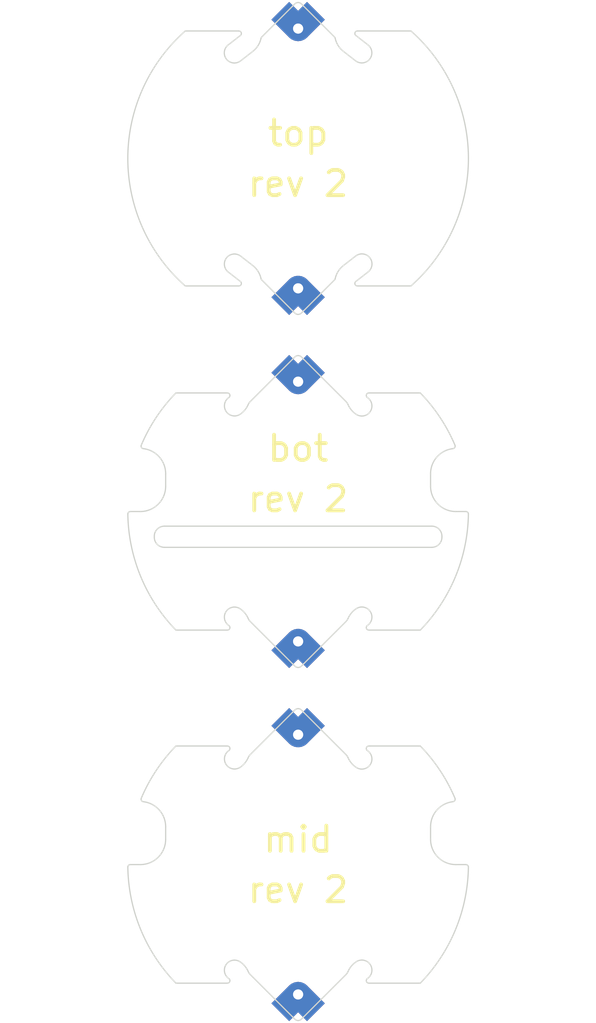
<source format=kicad_pcb>
(kicad_pcb (version 20241229) (generator "pcbnew") (generator_version "9.0")
  (layers (0 "F.Cu" signal) (4 "In1.Cu" signal) (6 "In2.Cu" signal) (2 "B.Cu" signal) (13 "F.Paste" user) (15 "B.Paste" user) (5 "F.SilkS" user "F.Silkscreen") (7 "B.SilkS" user "B.Silkscreen") (1 "F.Mask" user) (3 "B.Mask" user) (25 "Edge.Cuts" user))
  (net 0 "")
  (footprint "custom:spacer_mechanical_attachment" (layer "F.Cu") (at 160 114)
    (property "Reference" "REF**" (hide yes))
    (property "Value" "spacer_mechanical_attachment")
    (pad "1" thru_hole roundrect (at 0 -5.15 225) (size 1.5 1) (drill 0.4 (offset -0.25 0)) (layers "*.Cu" "*.Mask") (roundrect_rratio 0.5) (chamfer_ratio 0) (chamfer top_left bottom_left))
    (pad "1" thru_hole roundrect (at 0 -5.15 315) (size 1.5 1) (drill 0.4 (offset -0.25 0)) (layers "*.Cu" "*.Mask") (roundrect_rratio 0.5) (chamfer_ratio 0) (chamfer top_left bottom_left))
    (pad "1" thru_hole roundrect (at 0 5.15 45) (size 1.5 1) (drill 0.4 (offset -0.25 0)) (layers "*.Cu" "*.Mask") (roundrect_rratio 0.5) (chamfer_ratio 0) (chamfer top_left bottom_left))
    (pad "1" thru_hole roundrect (at 0 5.15 135) (size 1.5 1) (drill 0.4 (offset -0.25 0)) (layers "*.Cu" "*.Mask") (roundrect_rratio 0.5) (chamfer_ratio 0) (chamfer top_left bottom_left))
  )
  (footprint "custom:spacer_mechanical_attachment" (layer "F.Cu") (at 160 86)
    (property "Reference" "REF**" (hide yes))
    (property "Value" "spacer_mechanical_attachment")
    (pad "1" thru_hole roundrect (at 0 -5.15 315) (size 1.5 1) (drill 0.4 (offset -0.25 0)) (layers "*.Cu" "*.Mask") (roundrect_rratio 0.5) (chamfer_ratio 0) (chamfer top_left bottom_left))
    (pad "1" thru_hole roundrect (at 0 -5.15 225) (size 1.5 1) (drill 0.4 (offset -0.25 0)) (layers "*.Cu" "*.Mask") (roundrect_rratio 0.5) (chamfer_ratio 0) (chamfer top_left bottom_left))
    (pad "1" thru_hole roundrect (at 0 5.15 45) (size 1.5 1) (drill 0.4 (offset -0.25 0)) (layers "*.Cu" "*.Mask") (roundrect_rratio 0.5) (chamfer_ratio 0) (chamfer top_left bottom_left))
    (pad "1" thru_hole roundrect (at 0 5.15 135) (size 1.5 1) (drill 0.4 (offset -0.25 0)) (layers "*.Cu" "*.Mask") (roundrect_rratio 0.5) (chamfer_ratio 0) (chamfer top_left bottom_left))
  )
  (footprint "custom:spacer_mechanical_attachment" (layer "F.Cu") (at 160 100)
    (property "Reference" "REF**" (hide yes))
    (property "Value" "spacer_mechanical_attachment")
    (pad "1" thru_hole roundrect (at 0 -5.15 225) (size 1.5 1) (drill 0.4 (offset -0.25 0)) (layers "*.Cu" "*.Mask") (roundrect_rratio 0.5) (chamfer_ratio 0) (chamfer top_left bottom_left))
    (pad "1" thru_hole roundrect (at 0 -5.15 315) (size 1.5 1) (drill 0.4 (offset -0.25 0)) (layers "*.Cu" "*.Mask") (roundrect_rratio 0.5) (chamfer_ratio 0) (chamfer top_left bottom_left))
    (pad "1" thru_hole roundrect (at 0 5.15 45) (size 1.5 1) (drill 0.4 (offset -0.25 0)) (layers "*.Cu" "*.Mask") (roundrect_rratio 0.5) (chamfer_ratio 0) (chamfer top_left bottom_left))
    (pad "1" thru_hole roundrect (at 0 5.15 135) (size 1.5 1) (drill 0.4 (offset -0.25 0)) (layers "*.Cu" "*.Mask") (roundrect_rratio 0.5) (chamfer_ratio 0) (chamfer top_left bottom_left))
  )
  (gr_arc (start 157.696358 110.14712) (mid 157.141722 110.035854) (end 157.252989 109.481219) (stroke (width 0.05)) (layer "Edge.Cuts"))
  (gr_arc (start 161.893961 109.635252) (mid 161.941582 109.692721) (end 161.977699 109.758052) (stroke (width 0.05)) (layer "Edge.Cuts"))
  (gr_line (start 160.127328 120.131506) (end 161.896518 118.362317) (stroke (width 0.05)) (layer "Edge.Cuts"))
  (gr_arc (start 166.25005 114.000063) (mid 165.542943 113.70717) (end 165.25005 113.000063) (stroke (width 0.05)) (layer "Edge.Cuts"))
  (gr_arc (start 157.696358 103.853006) (mid 157.887378 104.024077) (end 158.022401 104.242074) (stroke (width 0.05)) (layer "Edge.Cuts"))
  (gr_line (start 157.197567 109.297981) (end 155.157229 109.297981) (stroke (width 0.05)) (layer "Edge.Cuts"))
  (gr_arc (start 162.349606 91.055635) (mid 162.257224 90.993901) (end 162.298775 90.869443) (stroke (width 0.05)) (layer "Edge.Cuts"))
  (gr_arc (start 158.022401 109.758052) (mid 157.887378 109.976049) (end 157.696358 110.14712) (stroke (width 0.05)) (layer "Edge.Cuts"))
  (gr_line (start 162.80255 118.702145) (end 164.84287 118.702145) (stroke (width 0.05)) (layer "Edge.Cuts"))
  (gr_line (start 159.872728 79.868557) (end 158.557324 81.183961) (stroke (width 0.05)) (layer "Edge.Cuts"))
  (gr_line (start 159.872772 107.86862) (end 158.106149 109.635242) (stroke (width 0.05)) (layer "Edge.Cuts"))
  (gr_arc (start 161.977699 118.242074) (mid 162.112723 118.024078) (end 162.303742 117.853006) (stroke (width 0.05)) (layer "Edge.Cuts"))
  (gr_arc (start 161.797433 81.755069) (mid 161.587597 81.523254) (end 161.469738 81.233638) (stroke (width 0.05)) (layer "Edge.Cuts"))
  (gr_arc (start 162.747111 95.481219) (mid 162.706806 95.369012) (end 162.799584 95.297981) (stroke (width 0.05)) (layer "Edge.Cuts"))
  (gr_arc (start 166.749287 114.101567) (mid 166.235857 116.584093) (end 164.84287 118.702145) (stroke (width 0.05)) (layer "Edge.Cuts"))
  (gr_line (start 164.842869 109.297981) (end 162.799584 109.297981) (stroke (width 0.05)) (layer "Edge.Cuts"))
  (gr_arc (start 153.784219 97.368344) (mid 154.374656 96.269453) (end 155.157229 95.297981) (stroke (width 0.05)) (layer "Edge.Cuts"))
  (gr_line (start 165.70005 101.020063) (end 165.70005 100.980063) (stroke (width 0.05)) (layer "Edge.Cuts"))
  (gr_line (start 165.30005 101.420063) (end 154.700049 101.420063) (stroke (width 0.05)) (layer "Edge.Cuts"))
  (gr_line (start 161.442717 81.18399) (end 160.127284 79.868557) (stroke (width 0.05)) (layer "Edge.Cuts"))
  (gr_arc (start 158.530274 81.233638) (mid 158.540214 81.206845) (end 158.557324 81.183961) (stroke (width 0.05)) (layer "Edge.Cuts"))
  (gr_arc (start 164.842869 109.297981) (mid 165.625444 110.269453) (end 166.215881 111.368344) (stroke (width 0.05)) (layer "Edge.Cuts"))
  (gr_line (start 161.797433 81.755069) (end 162.279966 82.129972) (stroke (width 0.05)) (layer "Edge.Cuts"))
  (gr_line (start 157.650401 91.055634) (end 157.650401 91.055635) (stroke (width 0.05)) (layer "Edge.Cuts"))
  (gr_line (start 158.557324 90.816039) (end 159.872728 92.131443) (stroke (width 0.05)) (layer "Edge.Cuts"))
  (gr_arc (start 162.771186 81.498542) (mid 162.841259 82.059501) (end 162.279966 82.129972) (stroke (width 0.05)) (layer "Edge.Cuts"))
  (gr_line (start 161.893961 109.635252) (end 160.127328 107.86862) (stroke (width 0.05)) (layer "Edge.Cuts"))
  (gr_arc (start 165.30005 100.580063) (mid 165.582893 100.69722) (end 165.70005 100.980063) (stroke (width 0.05)) (layer "Edge.Cuts"))
  (gr_arc (start 165.25005 98.500063) (mid 165.503465 97.834773) (end 166.135272 97.506672) (stroke (width 0.05)) (layer "Edge.Cuts"))
  (gr_line (start 166.25005 100.000063) (end 166.64925 100.000063) (stroke (width 0.05)) (layer "Edge.Cuts"))
  (gr_arc (start 153.250813 100.101567) (mid 153.279562 100.029886) (end 153.350804 100.000063) (stroke (width 0.05)) (layer "Edge.Cuts"))
  (gr_arc (start 160.127284 92.131443) (mid 160.000006 92.184163) (end 159.872728 92.131443) (stroke (width 0.05)) (layer "Edge.Cuts"))
  (gr_arc (start 166.749287 100.101567) (mid 166.235857 102.584093) (end 164.84287 104.702145) (stroke (width 0.05)) (layer "Edge.Cuts"))
  (gr_arc (start 154.700049 101.420063) (mid 154.417207 101.302906) (end 154.30005 101.020064) (stroke (width 0.05)) (layer "Edge.Cuts"))
  (gr_arc (start 162.303742 110.14712) (mid 162.112722 109.976049) (end 161.977699 109.758052) (stroke (width 0.05)) (layer "Edge.Cuts"))
  (gr_arc (start 157.252989 104.518907) (mid 157.141723 103.964273) (end 157.696358 103.853006) (stroke (width 0.05)) (layer "Edge.Cuts"))
  (gr_arc (start 158.022401 95.758052) (mid 157.887378 95.976049) (end 157.696358 96.14712) (stroke (width 0.05)) (layer "Edge.Cuts"))
  (gr_arc (start 153.864828 111.506672) (mid 153.789905 111.457681) (end 153.784219 111.368344) (stroke (width 0.05)) (layer "Edge.Cuts"))
  (gr_arc (start 166.25005 100.000063) (mid 165.542943 99.70717) (end 165.25005 99.000063) (stroke (width 0.05)) (layer "Edge.Cuts"))
  (gr_line (start 162.298775 90.869443) (end 162.775607 90.498014) (stroke (width 0.05)) (layer "Edge.Cuts"))
  (gr_arc (start 153.784219 111.368344) (mid 154.374656 110.269453) (end 155.157229 109.297981) (stroke (width 0.05)) (layer "Edge.Cuts"))
  (gr_arc (start 162.303742 117.853006) (mid 162.858378 117.964272) (end 162.747111 118.518907) (stroke (width 0.05)) (layer "Edge.Cuts"))
  (gr_line (start 164.472482 80.944365) (end 162.348483 80.944365) (stroke (width 0.05)) (layer "Edge.Cuts"))
  (gr_line (start 165.25005 98.500063) (end 165.25005 99.000063) (stroke (width 0.05)) (layer "Edge.Cuts"))
  (gr_line (start 154.30005 100.980062) (end 154.30005 101.020064) (stroke (width 0.05)) (layer "Edge.Cuts"))
  (gr_arc (start 154.75005 113.000063) (mid 154.457157 113.70717) (end 153.750052 114.000063) (stroke (width 0.05)) (layer "Edge.Cuts"))
  (gr_arc (start 157.696358 117.853006) (mid 157.887378 118.024077) (end 158.022401 118.242074) (stroke (width 0.05)) (layer "Edge.Cuts"))
  (gr_arc (start 161.469738 90.766362) (mid 161.587598 90.476746) (end 161.797435 90.24493) (stroke (width 0.05)) (layer "Edge.Cuts"))
  (gr_arc (start 153.864828 111.506672) (mid 154.496635 111.834773) (end 154.750049 112.500063) (stroke (width 0.05)) (layer "Edge.Cuts"))
  (gr_arc (start 166.64925 114.000063) (mid 166.720507 114.029903) (end 166.749287 114.101567) (stroke (width 0.05)) (layer "Edge.Cuts"))
  (gr_line (start 154.75005 98.500063) (end 154.75005 99.000063) (stroke (width 0.05)) (layer "Edge.Cuts"))
  (gr_arc (start 153.864828 97.506672) (mid 154.496635 97.834773) (end 154.750049 98.500063) (stroke (width 0.05)) (layer "Edge.Cuts"))
  (gr_arc (start 162.303742 96.14712) (mid 162.112722 95.976049) (end 161.977699 95.758052) (stroke (width 0.05)) (layer "Edge.Cuts"))
  (gr_arc (start 161.893961 95.635252) (mid 161.941582 95.692721) (end 161.977699 95.758052) (stroke (width 0.05)) (layer "Edge.Cuts"))
  (gr_arc (start 153.250813 114.101567) (mid 153.279562 114.029886) (end 153.350804 114.000063) (stroke (width 0.05)) (layer "Edge.Cuts"))
  (gr_line (start 155.15723 104.702145) (end 157.197568 104.702145) (stroke (width 0.05)) (layer "Edge.Cuts"))
  (gr_arc (start 158.557324 90.816039) (mid 158.540214 90.793155) (end 158.530274 90.766362) (stroke (width 0.05)) (layer "Edge.Cuts"))
  (gr_line (start 165.30005 100.580063) (end 154.700048 100.580063) (stroke (width 0.05)) (layer "Edge.Cuts"))
  (gr_arc (start 158.106148 104.364883) (mid 158.05852 104.307404) (end 158.022401 104.242074) (stroke (width 0.05)) (layer "Edge.Cuts"))
  (gr_arc (start 157.252989 118.518907) (mid 157.141723 117.964273) (end 157.696358 117.853006) (stroke (width 0.05)) (layer "Edge.Cuts"))
  (gr_arc (start 161.469738 90.766362) (mid 161.459788 90.793148) (end 161.443393 90.815334) (stroke (width 0.05)) (layer "Edge.Cuts"))
  (gr_arc (start 164.842869 95.297981) (mid 165.625444 96.269453) (end 166.215881 97.368344) (stroke (width 0.05)) (layer "Edge.Cuts"))
  (gr_arc (start 162.303742 103.853006) (mid 162.858378 103.964272) (end 162.747111 104.518907) (stroke (width 0.05)) (layer "Edge.Cuts"))
  (gr_line (start 157.650401 80.944365) (end 155.527532 80.944365) (stroke (width 0.05)) (layer "Edge.Cuts"))
  (gr_arc (start 157.252989 104.518907) (mid 157.293286 104.631095) (end 157.197568 104.702145) (stroke (width 0.05)) (layer "Edge.Cuts"))
  (gr_arc (start 159.872772 93.86862) (mid 160.00005 93.8159) (end 160.127328 93.86862) (stroke (width 0.05)) (layer "Edge.Cuts"))
  (gr_arc (start 157.197567 109.297981) (mid 157.293286 109.369031) (end 157.252989 109.481219) (stroke (width 0.05)) (layer "Edge.Cuts"))
  (gr_arc (start 158.022401 109.758052) (mid 158.05852 109.692722) (end 158.106149 109.635242) (stroke (width 0.05)) (layer "Edge.Cuts"))
  (gr_arc (start 155.15723 118.702145) (mid 153.764243 116.584094) (end 153.250813 114.101567) (stroke (width 0.05)) (layer "Edge.Cuts"))
  (gr_arc (start 162.747111 95.481219) (mid 162.858381 96.035858) (end 162.303742 96.14712) (stroke (width 0.05)) (layer "Edge.Cuts"))
  (gr_arc (start 162.747111 109.481219) (mid 162.706806 109.369012) (end 162.799584 109.297981) (stroke (width 0.05)) (layer "Edge.Cuts"))
  (gr_line (start 162.80255 104.702145) (end 164.84287 104.702145) (stroke (width 0.05)) (layer "Edge.Cuts"))
  (gr_line (start 157.197567 95.297981) (end 155.157229 95.297981) (stroke (width 0.05)) (layer "Edge.Cuts"))
  (gr_line (start 162.349606 91.055635) (end 164.47248 91.055635) (stroke (width 0.05)) (layer "Edge.Cuts"))
  (gr_line (start 162.771186 81.498542) (end 162.298508 81.13035) (stroke (width 0.05)) (layer "Edge.Cuts"))
  (gr_arc (start 159.872772 107.86862) (mid 160.00005 107.8159) (end 160.127328 107.86862) (stroke (width 0.05)) (layer "Edge.Cuts"))
  (gr_arc (start 157.252989 118.518907) (mid 157.293286 118.631095) (end 157.197568 118.702145) (stroke (width 0.05)) (layer "Edge.Cuts"))
  (gr_line (start 154.750049 112.500063) (end 154.75005 112.500063) (stroke (width 0.05)) (layer "Edge.Cuts"))
  (gr_arc (start 161.977699 118.242074) (mid 161.941579 118.307404) (end 161.896518 118.362317) (stroke (width 0.05)) (layer "Edge.Cuts"))
  (gr_line (start 161.893961 95.635252) (end 160.127328 93.86862) (stroke (width 0.05)) (layer "Edge.Cuts"))
  (gr_arc (start 159.872728 79.868557) (mid 160.000006 79.815837) (end 160.127284 79.868557) (stroke (width 0.05)) (layer "Edge.Cuts"))
  (gr_arc (start 158.202578 90.244931) (mid 158.412415 90.476746) (end 158.530274 90.766362) (stroke (width 0.05)) (layer "Edge.Cuts"))
  (gr_line (start 154.75005 113.000063) (end 154.75005 112.500063) (stroke (width 0.05)) (layer "Edge.Cuts"))
  (gr_line (start 159.872772 93.86862) (end 158.106149 95.635242) (stroke (width 0.05)) (layer "Edge.Cuts"))
  (gr_line (start 160.127284 92.131443) (end 161.443393 90.815334) (stroke (width 0.05)) (layer "Edge.Cuts"))
  (gr_line (start 162.279953 89.870039) (end 161.797435 90.24493) (stroke (width 0.05)) (layer "Edge.Cuts"))
  (gr_arc (start 158.106148 118.364883) (mid 158.05852 118.307404) (end 158.022401 118.242074) (stroke (width 0.05)) (layer "Edge.Cuts"))
  (gr_arc (start 157.650401 80.944365) (mid 157.742789 81.006097) (end 157.70167 81.130221) (stroke (width 0.05)) (layer "Edge.Cuts"))
  (gr_arc (start 155.15723 104.702145) (mid 153.764243 102.584094) (end 153.250813 100.101567) (stroke (width 0.05)) (layer "Edge.Cuts"))
  (gr_line (start 157.228823 90.501455) (end 157.721116 90.884927) (stroke (width 0.05)) (layer "Edge.Cuts"))
  (gr_line (start 153.750052 100.000063) (end 153.350804 100.000063) (stroke (width 0.05)) (layer "Edge.Cuts"))
  (gr_line (start 155.15723 118.702145) (end 157.197568 118.702145) (stroke (width 0.05)) (layer "Edge.Cuts"))
  (gr_line (start 158.202578 90.244931) (end 157.720043 89.870026) (stroke (width 0.05)) (layer "Edge.Cuts"))
  (gr_arc (start 162.80255 118.702145) (mid 162.706811 118.631094) (end 162.747111 118.518907) (stroke (width 0.05)) (layer "Edge.Cuts"))
  (gr_line (start 157.720043 82.129974) (end 158.202579 81.755069) (stroke (width 0.05)) (layer "Edge.Cuts"))
  (gr_arc (start 162.80255 104.702145) (mid 162.706811 104.631094) (end 162.747111 104.518907) (stroke (width 0.05)) (layer "Edge.Cuts"))
  (gr_arc (start 157.721116 90.884927) (mid 157.742789 90.993904) (end 157.650401 91.055634) (stroke (width 0.05)) (layer "Edge.Cuts"))
  (gr_arc (start 154.30005 100.980062) (mid 154.417207 100.69722) (end 154.700048 100.580063) (stroke (width 0.05)) (layer "Edge.Cuts"))
  (gr_arc (start 157.696358 96.14712) (mid 157.141722 96.035854) (end 157.252989 95.481219) (stroke (width 0.05)) (layer "Edge.Cuts"))
  (gr_line (start 154.750049 98.500063) (end 154.75005 98.500063) (stroke (width 0.05)) (layer "Edge.Cuts"))
  (gr_arc (start 157.228823 90.501455) (mid 157.158762 89.940481) (end 157.720043 89.870026) (stroke (width 0.05)) (layer "Edge.Cuts"))
  (gr_arc (start 153.864828 97.506672) (mid 153.789905 97.457681) (end 153.784219 97.368344) (stroke (width 0.05)) (layer "Edge.Cuts"))
  (gr_arc (start 162.747111 109.481219) (mid 162.858381 110.035858) (end 162.303742 110.14712) (stroke (width 0.05)) (layer "Edge.Cuts"))
  (gr_arc (start 166.215881 97.368344) (mid 166.210211 97.457713) (end 166.135272 97.506672) (stroke (width 0.05)) (layer "Edge.Cuts"))
  (gr_arc (start 165.25005 112.500063) (mid 165.503465 111.834773) (end 166.135272 111.506672) (stroke (width 0.05)) (layer "Edge.Cuts"))
  (gr_line (start 160.127328 106.131506) (end 161.896518 104.362317) (stroke (width 0.05)) (layer "Edge.Cuts"))
  (gr_arc (start 161.977699 104.242074) (mid 161.941579 104.307404) (end 161.896518 104.362317) (stroke (width 0.05)) (layer "Edge.Cuts"))
  (gr_arc (start 154.75005 99.000063) (mid 154.457157 99.70717) (end 153.750052 100.000063) (stroke (width 0.05)) (layer "Edge.Cuts"))
  (gr_line (start 153.350804 114.000063) (end 153.750052 114.000063) (stroke (width 0.05)) (layer "Edge.Cuts"))
  (gr_arc (start 157.197567 95.297981) (mid 157.293286 95.369031) (end 157.252989 95.481219) (stroke (width 0.05)) (layer "Edge.Cuts"))
  (gr_arc (start 162.298508 81.13035) (mid 162.257249 81.00613) (end 162.348483 80.944365) (stroke (width 0.05)) (layer "Edge.Cuts"))
  (gr_line (start 158.106148 118.364883) (end 159.872772 120.131506) (stroke (width 0.05)) (layer "Edge.Cuts"))
  (gr_line (start 158.106148 104.364883) (end 159.872772 106.131506) (stroke (width 0.05)) (layer "Edge.Cuts"))
  (gr_line (start 164.842869 95.297981) (end 162.799584 95.297981) (stroke (width 0.05)) (layer "Edge.Cuts"))
  (gr_line (start 166.25005 114.000063) (end 166.64925 114.000063) (stroke (width 0.05)) (layer "Edge.Cuts"))
  (gr_arc (start 166.215881 111.368344) (mid 166.210211 111.457713) (end 166.135272 111.506672) (stroke (width 0.05)) (layer "Edge.Cuts"))
  (gr_arc (start 155.527531 91.055635) (mid 153.250006 86) (end 155.527532 80.944365) (stroke (width 0.05)) (layer "Edge.Cuts"))
  (gr_arc (start 161.442717 81.18399) (mid 161.459809 81.206841) (end 161.469738 81.233638) (stroke (width 0.05)) (layer "Edge.Cuts"))
  (gr_line (start 157.70167 81.130221) (end 157.228824 81.498544) (stroke (width 0.05)) (layer "Edge.Cuts"))
  (gr_arc (start 161.977699 104.242074) (mid 162.112723 104.024078) (end 162.303742 103.853006) (stroke (width 0.05)) (layer "Edge.Cuts"))
  (gr_arc (start 162.279953 89.870039) (mid 162.84125 89.940481) (end 162.775607 90.498014) (stroke (width 0.05)) (layer "Edge.Cuts"))
  (gr_arc (start 158.022401 95.758052) (mid 158.05852 95.692722) (end 158.106149 95.635242) (stroke (width 0.05)) (layer "Edge.Cuts"))
  (gr_arc (start 158.530274 81.233638) (mid 158.412415 81.523254) (end 158.202579 81.755069) (stroke (width 0.05)) (layer "Edge.Cuts"))
  (gr_arc (start 160.127328 120.131506) (mid 160.00005 120.184226) (end 159.872772 120.131506) (stroke (width 0.05)) (layer "Edge.Cuts"))
  (gr_line (start 155.527531 91.055635) (end 157.650401 91.055635) (stroke (width 0.05)) (layer "Edge.Cuts"))
  (gr_arc (start 165.70005 101.020063) (mid 165.582893 101.302906) (end 165.30005 101.420063) (stroke (width 0.05)) (layer "Edge.Cuts"))
  (gr_arc (start 166.64925 100.000063) (mid 166.720507 100.029903) (end 166.749287 100.101567) (stroke (width 0.05)) (layer "Edge.Cuts"))
  (gr_arc (start 164.472482 80.944365) (mid 166.750006 86) (end 164.47248 91.055635) (stroke (width 0.05)) (layer "Edge.Cuts"))
  (gr_line (start 165.25005 112.500063) (end 165.25005 113.000063) (stroke (width 0.05)) (layer "Edge.Cuts"))
  (gr_arc (start 160.127328 106.131506) (mid 160.00005 106.184226) (end 159.872772 106.131506) (stroke (width 0.05)) (layer "Edge.Cuts"))
  (gr_arc (start 157.720043 82.129974) (mid 157.158762 82.059519) (end 157.228824 81.498544) (stroke (width 0.05)) (layer "Edge.Cuts"))
  (gr_text "rev 2" (at 160 115 0) (layer "F.SilkS") (effects (font (size 1 1))))
  (gr_text "top" (at 160 85 0) (layer "F.SilkS") (effects (font (size 1 1))))
  (gr_text "rev 2" (at 160 99.5 0) (layer "F.SilkS") (effects (font (size 1 1))))
  (gr_text "bot" (at 160 97.5 0) (layer "F.SilkS") (effects (font (size 1 1))))
  (gr_text "mid" (at 160 113 0) (layer "F.SilkS") (effects (font (size 1 1))))
  (gr_text "rev 2" (at 160 87 0) (layer "F.SilkS") (effects (font (size 1 1))))
)
</source>
